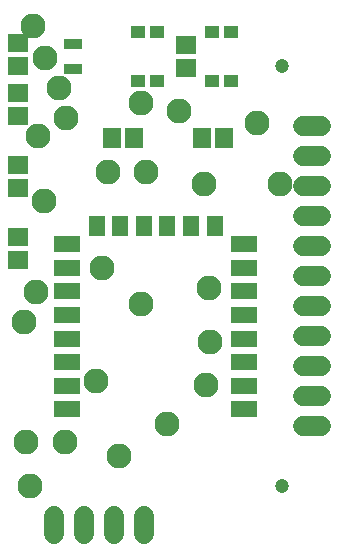
<source format=gbr>
G04 EAGLE Gerber X2 export*
%TF.Part,Single*%
%TF.FileFunction,Soldermask,Top,1*%
%TF.FilePolarity,Negative*%
%TF.GenerationSoftware,Autodesk,EAGLE,9.7.0*%
%TF.CreationDate,2022-02-15T16:10:41Z*%
G75*
%MOMM*%
%FSLAX34Y34*%
%LPD*%
%INSoldermask Top*%
%AMOC8*
5,1,8,0,0,1.08239X$1,22.5*%
G01*
G04 Define Apertures*
%ADD10C,1.203200*%
%ADD11R,1.203200X1.103200*%
%ADD12C,1.727200*%
%ADD13R,1.703200X1.503200*%
%ADD14R,1.503200X1.703200*%
%ADD15R,2.203200X1.403200*%
%ADD16R,1.403200X1.703200*%
%ADD17R,1.565000X0.965000*%
%ADD18C,2.108200*%
D10*
X251460Y406400D03*
X251460Y50800D03*
D11*
X129160Y434520D03*
X145160Y434520D03*
X145160Y393520D03*
X129160Y393520D03*
X208440Y393520D03*
X192440Y393520D03*
X192440Y434520D03*
X208440Y434520D03*
D12*
X269240Y355600D02*
X284480Y355600D01*
X284480Y330200D02*
X269240Y330200D01*
X269240Y304800D02*
X284480Y304800D01*
X284480Y279400D02*
X269240Y279400D01*
X269240Y254000D02*
X284480Y254000D01*
X284480Y228600D02*
X269240Y228600D01*
X269240Y203200D02*
X284480Y203200D01*
X284480Y177800D02*
X269240Y177800D01*
X269240Y152400D02*
X284480Y152400D01*
X284480Y127000D02*
X269240Y127000D01*
X269240Y101600D02*
X284480Y101600D01*
D13*
X27940Y425300D03*
X27940Y406300D03*
X27940Y382880D03*
X27940Y363880D03*
X27940Y321920D03*
X27940Y302920D03*
D14*
X107340Y345440D03*
X126340Y345440D03*
D13*
X27940Y260960D03*
X27940Y241960D03*
D14*
X183540Y345440D03*
X202540Y345440D03*
D12*
X58420Y25400D02*
X58420Y10160D01*
X83820Y10160D02*
X83820Y25400D01*
X109220Y25400D02*
X109220Y10160D01*
X134620Y10160D02*
X134620Y25400D01*
D15*
X219380Y255200D03*
X219380Y235200D03*
X219380Y215200D03*
X219380Y195200D03*
X219380Y175200D03*
X219380Y155200D03*
X219380Y135200D03*
X219380Y115200D03*
D16*
X194380Y270200D03*
X174380Y270200D03*
X154380Y270200D03*
X134380Y270200D03*
X114380Y270200D03*
X94380Y270200D03*
D15*
X69380Y255200D03*
X69380Y235200D03*
X69380Y215200D03*
X69380Y195200D03*
X69380Y175200D03*
X69380Y155200D03*
X69380Y135200D03*
X69380Y115200D03*
D17*
X74171Y424270D03*
X74171Y403770D03*
D13*
X170300Y423520D03*
X170300Y404520D03*
D18*
X104140Y316230D03*
X132080Y374650D03*
X249277Y306197D03*
X135890Y316230D03*
X163830Y368300D03*
X38100Y50800D03*
X186690Y135890D03*
X113030Y76200D03*
X40640Y440055D03*
X67310Y87630D03*
X50800Y412750D03*
X44578Y346582D03*
X33020Y189230D03*
X43180Y214630D03*
X49537Y292100D03*
X62230Y387350D03*
X230251Y358140D03*
X190627Y172543D03*
X34290Y87630D03*
X185420Y306070D03*
X189230Y218440D03*
X153670Y102616D03*
X132080Y204470D03*
X93980Y139700D03*
X68580Y361950D03*
X98557Y234950D03*
M02*

</source>
